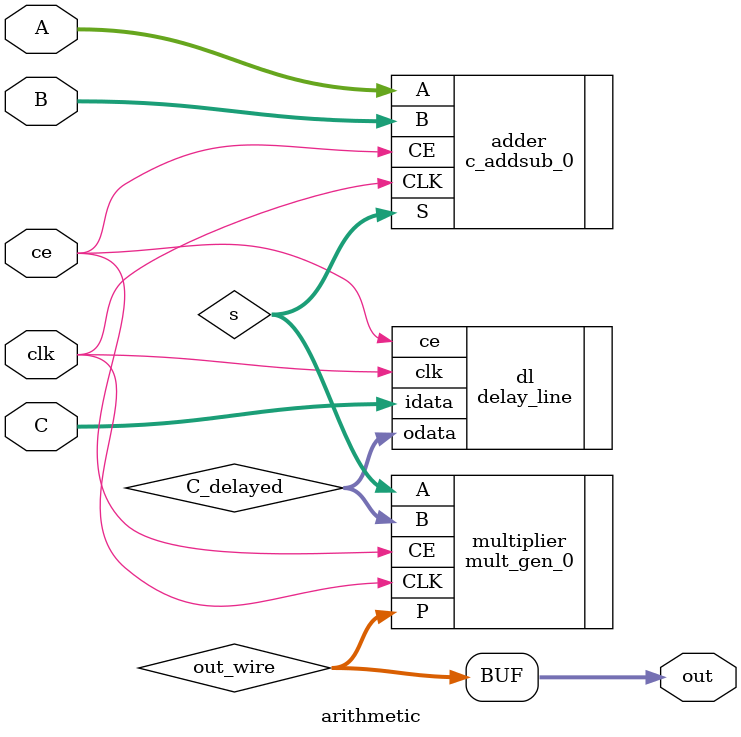
<source format=v>
`timescale 1ns / 1ps


module arithmetic(
    input clk,
    input ce,
    input [11:0] A,
    input [11:0] B,
    input [11:0] C,
    output [24:0] out
    );

wire signed [12:0] s;
wire signed [24:0] out_wire;
wire signed [11:0] C_delayed;

// latency 2
c_addsub_0 adder
(
    .A(A),
    .B(B),
    .CLK(clk),
    .CE(ce),
    .S(s)
);

delay_line
#(
    .N(12),
    .DELAY(2)
  )
dl
(
    .clk(clk), // zegar
    .ce(ce), // odblokowanie zegara
    .idata(C), // dane wejciowe
    .odata(C_delayed) // dane wyjciowe
);


// latency 4
mult_gen_0 multiplier
(
    .CLK(clk),
    .A(s),
    .B(C_delayed),
    .CE(ce),
    .P(out_wire)
);

assign out = out_wire;

endmodule

</source>
